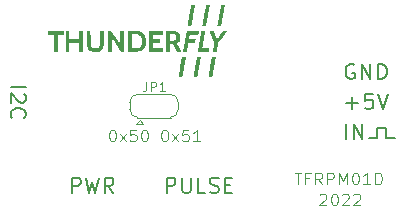
<source format=gbr>
%TF.GenerationSoftware,KiCad,Pcbnew,6.0.11+dfsg-1~bpo11+1*%
%TF.CreationDate,2023-05-27T16:07:54+00:00*%
%TF.ProjectId,TFRPM01,54465250-4d30-4312-9e6b-696361645f70,rev?*%
%TF.SameCoordinates,PX7e721e0PY7e33658*%
%TF.FileFunction,Legend,Top*%
%TF.FilePolarity,Positive*%
%FSLAX46Y46*%
G04 Gerber Fmt 4.6, Leading zero omitted, Abs format (unit mm)*
G04 Created by KiCad (PCBNEW 6.0.11+dfsg-1~bpo11+1) date 2023-05-27 16:07:54*
%MOMM*%
%LPD*%
G01*
G04 APERTURE LIST*
%ADD10C,0.150000*%
%ADD11C,0.100000*%
%ADD12C,0.120000*%
G04 APERTURE END LIST*
D10*
X10369000Y-3050904D02*
X10369000Y-2161904D01*
X11131000Y-2161904D02*
X11131000Y-3050904D01*
X9734000Y-3050904D02*
X10369000Y-3050904D01*
X11131000Y-3050904D02*
X11893000Y-3050904D01*
X10369000Y-2161904D02*
X11131000Y-2161904D01*
X7773023Y-95761D02*
X8763500Y-95761D01*
X8268261Y-590999D02*
X8268261Y399477D01*
X10001595Y709001D02*
X9382547Y709001D01*
X9320642Y89954D01*
X9382547Y151858D01*
X9506357Y213763D01*
X9815880Y213763D01*
X9939690Y151858D01*
X10001595Y89954D01*
X10063500Y-33856D01*
X10063500Y-343380D01*
X10001595Y-467189D01*
X9939690Y-529094D01*
X9815880Y-590999D01*
X9506357Y-590999D01*
X9382547Y-529094D01*
X9320642Y-467189D01*
X10434928Y709001D02*
X10868261Y-590999D01*
X11301595Y709001D01*
D11*
X3399304Y-5957684D02*
X3970733Y-5957684D01*
X3685019Y-6957684D02*
X3685019Y-5957684D01*
X4637400Y-6433875D02*
X4304066Y-6433875D01*
X4304066Y-6957684D02*
X4304066Y-5957684D01*
X4780257Y-5957684D01*
X5732638Y-6957684D02*
X5399304Y-6481494D01*
X5161209Y-6957684D02*
X5161209Y-5957684D01*
X5542161Y-5957684D01*
X5637400Y-6005304D01*
X5685019Y-6052923D01*
X5732638Y-6148161D01*
X5732638Y-6291018D01*
X5685019Y-6386256D01*
X5637400Y-6433875D01*
X5542161Y-6481494D01*
X5161209Y-6481494D01*
X6161209Y-6957684D02*
X6161209Y-5957684D01*
X6542161Y-5957684D01*
X6637400Y-6005304D01*
X6685019Y-6052923D01*
X6732638Y-6148161D01*
X6732638Y-6291018D01*
X6685019Y-6386256D01*
X6637400Y-6433875D01*
X6542161Y-6481494D01*
X6161209Y-6481494D01*
X7161209Y-6957684D02*
X7161209Y-5957684D01*
X7494542Y-6671970D01*
X7827876Y-5957684D01*
X7827876Y-6957684D01*
X8494542Y-5957684D02*
X8589780Y-5957684D01*
X8685019Y-6005304D01*
X8732638Y-6052923D01*
X8780257Y-6148161D01*
X8827876Y-6338637D01*
X8827876Y-6576732D01*
X8780257Y-6767208D01*
X8732638Y-6862446D01*
X8685019Y-6910065D01*
X8589780Y-6957684D01*
X8494542Y-6957684D01*
X8399304Y-6910065D01*
X8351685Y-6862446D01*
X8304066Y-6767208D01*
X8256447Y-6576732D01*
X8256447Y-6338637D01*
X8304066Y-6148161D01*
X8351685Y-6052923D01*
X8399304Y-6005304D01*
X8494542Y-5957684D01*
X9780257Y-6957684D02*
X9208828Y-6957684D01*
X9494542Y-6957684D02*
X9494542Y-5957684D01*
X9399304Y-6100542D01*
X9304066Y-6195780D01*
X9208828Y-6243399D01*
X10208828Y-6957684D02*
X10208828Y-5957684D01*
X10446923Y-5957684D01*
X10589780Y-6005304D01*
X10685019Y-6100542D01*
X10732638Y-6195780D01*
X10780257Y-6386256D01*
X10780257Y-6529113D01*
X10732638Y-6719589D01*
X10685019Y-6814827D01*
X10589780Y-6910065D01*
X10446923Y-6957684D01*
X10208828Y-6957684D01*
D10*
X8453976Y3187096D02*
X8330166Y3249001D01*
X8144452Y3249001D01*
X7958738Y3187096D01*
X7834928Y3063287D01*
X7773023Y2939477D01*
X7711119Y2691858D01*
X7711119Y2506144D01*
X7773023Y2258525D01*
X7834928Y2134716D01*
X7958738Y2010906D01*
X8144452Y1949001D01*
X8268261Y1949001D01*
X8453976Y2010906D01*
X8515880Y2072811D01*
X8515880Y2506144D01*
X8268261Y2506144D01*
X9073023Y1949001D02*
X9073023Y3249001D01*
X9815880Y1949001D01*
X9815880Y3249001D01*
X10434928Y1949001D02*
X10434928Y3249001D01*
X10744452Y3249001D01*
X10930166Y3187096D01*
X11053976Y3063287D01*
X11115880Y2939477D01*
X11177785Y2691858D01*
X11177785Y2506144D01*
X11115880Y2258525D01*
X11053976Y2134716D01*
X10930166Y2010906D01*
X10744452Y1949001D01*
X10434928Y1949001D01*
D11*
X5524714Y-7830923D02*
X5572333Y-7783304D01*
X5667571Y-7735684D01*
X5905666Y-7735684D01*
X6000904Y-7783304D01*
X6048523Y-7830923D01*
X6096142Y-7926161D01*
X6096142Y-8021399D01*
X6048523Y-8164256D01*
X5477095Y-8735684D01*
X6096142Y-8735684D01*
X6715190Y-7735684D02*
X6810428Y-7735684D01*
X6905666Y-7783304D01*
X6953285Y-7830923D01*
X7000904Y-7926161D01*
X7048523Y-8116637D01*
X7048523Y-8354732D01*
X7000904Y-8545208D01*
X6953285Y-8640446D01*
X6905666Y-8688065D01*
X6810428Y-8735684D01*
X6715190Y-8735684D01*
X6619952Y-8688065D01*
X6572333Y-8640446D01*
X6524714Y-8545208D01*
X6477095Y-8354732D01*
X6477095Y-8116637D01*
X6524714Y-7926161D01*
X6572333Y-7830923D01*
X6619952Y-7783304D01*
X6715190Y-7735684D01*
X7429476Y-7830923D02*
X7477095Y-7783304D01*
X7572333Y-7735684D01*
X7810428Y-7735684D01*
X7905666Y-7783304D01*
X7953285Y-7830923D01*
X8000904Y-7926161D01*
X8000904Y-8021399D01*
X7953285Y-8164256D01*
X7381857Y-8735684D01*
X8000904Y-8735684D01*
X8381857Y-7830923D02*
X8429476Y-7783304D01*
X8524714Y-7735684D01*
X8762809Y-7735684D01*
X8858047Y-7783304D01*
X8905666Y-7830923D01*
X8953285Y-7926161D01*
X8953285Y-8021399D01*
X8905666Y-8164256D01*
X8334238Y-8735684D01*
X8953285Y-8735684D01*
D10*
X7773023Y-3130999D02*
X7773023Y-1830999D01*
X8392071Y-3130999D02*
X8392071Y-1830999D01*
X9134928Y-3130999D01*
X9134928Y-1830999D01*
X-20654096Y1269048D02*
X-19354096Y1269048D01*
X-19477905Y711905D02*
X-19416000Y650000D01*
X-19354096Y526191D01*
X-19354096Y216667D01*
X-19416000Y92858D01*
X-19477905Y30953D01*
X-19601715Y-30952D01*
X-19725524Y-30952D01*
X-19911239Y30953D01*
X-20654096Y773810D01*
X-20654096Y-30952D01*
X-20530286Y-1330952D02*
X-20592191Y-1269047D01*
X-20654096Y-1083333D01*
X-20654096Y-959523D01*
X-20592191Y-773809D01*
X-20468381Y-650000D01*
X-20344572Y-588095D01*
X-20096953Y-526190D01*
X-19911239Y-526190D01*
X-19663620Y-588095D01*
X-19539810Y-650000D01*
X-19416000Y-773809D01*
X-19354096Y-959523D01*
X-19354096Y-1083333D01*
X-19416000Y-1269047D01*
X-19477905Y-1330952D01*
X-7440548Y-7688095D02*
X-7440548Y-6388095D01*
X-6945310Y-6388095D01*
X-6821500Y-6450000D01*
X-6759596Y-6511904D01*
X-6697691Y-6635714D01*
X-6697691Y-6821428D01*
X-6759596Y-6945238D01*
X-6821500Y-7007142D01*
X-6945310Y-7069047D01*
X-7440548Y-7069047D01*
X-6140548Y-6388095D02*
X-6140548Y-7440476D01*
X-6078643Y-7564285D01*
X-6016739Y-7626190D01*
X-5892929Y-7688095D01*
X-5645310Y-7688095D01*
X-5521500Y-7626190D01*
X-5459596Y-7564285D01*
X-5397691Y-7440476D01*
X-5397691Y-6388095D01*
X-4159596Y-7688095D02*
X-4778643Y-7688095D01*
X-4778643Y-6388095D01*
X-3788167Y-7626190D02*
X-3602453Y-7688095D01*
X-3292929Y-7688095D01*
X-3169120Y-7626190D01*
X-3107215Y-7564285D01*
X-3045310Y-7440476D01*
X-3045310Y-7316666D01*
X-3107215Y-7192857D01*
X-3169120Y-7130952D01*
X-3292929Y-7069047D01*
X-3540548Y-7007142D01*
X-3664358Y-6945238D01*
X-3726262Y-6883333D01*
X-3788167Y-6759523D01*
X-3788167Y-6635714D01*
X-3726262Y-6511904D01*
X-3664358Y-6450000D01*
X-3540548Y-6388095D01*
X-3231024Y-6388095D01*
X-3045310Y-6450000D01*
X-2488167Y-7007142D02*
X-2054834Y-7007142D01*
X-1869120Y-7688095D02*
X-2488167Y-7688095D01*
X-2488167Y-6388095D01*
X-1869120Y-6388095D01*
D11*
X-12077248Y-2325484D02*
X-11982010Y-2325484D01*
X-11886772Y-2373104D01*
X-11839153Y-2420723D01*
X-11791534Y-2515961D01*
X-11743915Y-2706437D01*
X-11743915Y-2944532D01*
X-11791534Y-3135008D01*
X-11839153Y-3230246D01*
X-11886772Y-3277865D01*
X-11982010Y-3325484D01*
X-12077248Y-3325484D01*
X-12172486Y-3277865D01*
X-12220105Y-3230246D01*
X-12267724Y-3135008D01*
X-12315343Y-2944532D01*
X-12315343Y-2706437D01*
X-12267724Y-2515961D01*
X-12220105Y-2420723D01*
X-12172486Y-2373104D01*
X-12077248Y-2325484D01*
X-11410581Y-3325484D02*
X-10886772Y-2658818D01*
X-11410581Y-2658818D02*
X-10886772Y-3325484D01*
X-10029629Y-2325484D02*
X-10505820Y-2325484D01*
X-10553439Y-2801675D01*
X-10505820Y-2754056D01*
X-10410581Y-2706437D01*
X-10172486Y-2706437D01*
X-10077248Y-2754056D01*
X-10029629Y-2801675D01*
X-9982010Y-2896913D01*
X-9982010Y-3135008D01*
X-10029629Y-3230246D01*
X-10077248Y-3277865D01*
X-10172486Y-3325484D01*
X-10410581Y-3325484D01*
X-10505820Y-3277865D01*
X-10553439Y-3230246D01*
X-9362962Y-2325484D02*
X-9267724Y-2325484D01*
X-9172486Y-2373104D01*
X-9124867Y-2420723D01*
X-9077248Y-2515961D01*
X-9029629Y-2706437D01*
X-9029629Y-2944532D01*
X-9077248Y-3135008D01*
X-9124867Y-3230246D01*
X-9172486Y-3277865D01*
X-9267724Y-3325484D01*
X-9362962Y-3325484D01*
X-9458200Y-3277865D01*
X-9505820Y-3230246D01*
X-9553439Y-3135008D01*
X-9601058Y-2944532D01*
X-9601058Y-2706437D01*
X-9553439Y-2515961D01*
X-9505820Y-2420723D01*
X-9458200Y-2373104D01*
X-9362962Y-2325484D01*
X-7648677Y-2325484D02*
X-7553439Y-2325484D01*
X-7458200Y-2373104D01*
X-7410581Y-2420723D01*
X-7362962Y-2515961D01*
X-7315343Y-2706437D01*
X-7315343Y-2944532D01*
X-7362962Y-3135008D01*
X-7410581Y-3230246D01*
X-7458200Y-3277865D01*
X-7553439Y-3325484D01*
X-7648677Y-3325484D01*
X-7743915Y-3277865D01*
X-7791534Y-3230246D01*
X-7839153Y-3135008D01*
X-7886772Y-2944532D01*
X-7886772Y-2706437D01*
X-7839153Y-2515961D01*
X-7791534Y-2420723D01*
X-7743915Y-2373104D01*
X-7648677Y-2325484D01*
X-6982010Y-3325484D02*
X-6458200Y-2658818D01*
X-6982010Y-2658818D02*
X-6458200Y-3325484D01*
X-5601058Y-2325484D02*
X-6077248Y-2325484D01*
X-6124867Y-2801675D01*
X-6077248Y-2754056D01*
X-5982010Y-2706437D01*
X-5743915Y-2706437D01*
X-5648677Y-2754056D01*
X-5601058Y-2801675D01*
X-5553439Y-2896913D01*
X-5553439Y-3135008D01*
X-5601058Y-3230246D01*
X-5648677Y-3277865D01*
X-5743915Y-3325484D01*
X-5982010Y-3325484D01*
X-6077248Y-3277865D01*
X-6124867Y-3230246D01*
X-4601058Y-3325484D02*
X-5172486Y-3325484D01*
X-4886772Y-3325484D02*
X-4886772Y-2325484D01*
X-4982010Y-2468342D01*
X-5077248Y-2563580D01*
X-5172486Y-2611199D01*
D10*
X-15473691Y-7688095D02*
X-15473691Y-6388095D01*
X-14978453Y-6388095D01*
X-14854643Y-6450000D01*
X-14792739Y-6511904D01*
X-14730834Y-6635714D01*
X-14730834Y-6821428D01*
X-14792739Y-6945238D01*
X-14854643Y-7007142D01*
X-14978453Y-7069047D01*
X-15473691Y-7069047D01*
X-14297500Y-6388095D02*
X-13987977Y-7688095D01*
X-13740358Y-6759523D01*
X-13492739Y-7688095D01*
X-13183215Y-6388095D01*
X-11945120Y-7688095D02*
X-12378453Y-7069047D01*
X-12687977Y-7688095D02*
X-12687977Y-6388095D01*
X-12192739Y-6388095D01*
X-12068929Y-6450000D01*
X-12007024Y-6511904D01*
X-11945120Y-6635714D01*
X-11945120Y-6821428D01*
X-12007024Y-6945238D01*
X-12068929Y-7007142D01*
X-12192739Y-7069047D01*
X-12687977Y-7069047D01*
D11*
%TO.C,JP1*%
X-9175667Y1730592D02*
X-9175667Y1159163D01*
X-9213762Y1044877D01*
X-9289953Y968687D01*
X-9404239Y930592D01*
X-9480429Y930592D01*
X-8794715Y930592D02*
X-8794715Y1730592D01*
X-8489953Y1730592D01*
X-8413762Y1692496D01*
X-8375667Y1654401D01*
X-8337572Y1578211D01*
X-8337572Y1463925D01*
X-8375667Y1387735D01*
X-8413762Y1349639D01*
X-8489953Y1311544D01*
X-8794715Y1311544D01*
X-7575667Y930592D02*
X-8032810Y930592D01*
X-7804239Y930592D02*
X-7804239Y1730592D01*
X-7880429Y1616306D01*
X-7956620Y1540116D01*
X-8032810Y1502020D01*
D12*
X-10009000Y-1807704D02*
X-9409000Y-1807704D01*
X-9709000Y-1507704D02*
X-10009000Y-1807704D01*
X-7109000Y-1307704D02*
X-9909000Y-1307704D01*
X-9909000Y692296D02*
X-7109000Y692296D01*
X-6459000Y-7704D02*
X-6459000Y-607704D01*
X-10559000Y-607704D02*
X-10559000Y-7704D01*
X-9709000Y-1507704D02*
X-9409000Y-1807704D01*
X-7159000Y-1307704D02*
G75*
G03*
X-6459000Y-607704I0J700000D01*
G01*
X-6459000Y-7704D02*
G75*
G03*
X-7159000Y692296I-700000J0D01*
G01*
X-9859000Y692296D02*
G75*
G03*
X-10559000Y-7704I-1J-699999D01*
G01*
X-10559000Y-607704D02*
G75*
G03*
X-9859000Y-1307704I699999J-1D01*
G01*
%TO.C,G1*%
G36*
X-16166883Y5717741D02*
G01*
X-16664922Y5717741D01*
X-16664922Y4278961D01*
X-16985881Y4278961D01*
X-16985881Y5717741D01*
X-17483920Y5717741D01*
X-17483920Y6027632D01*
X-16166883Y6027632D01*
X-16166883Y5717741D01*
G37*
G36*
X-5898363Y3857812D02*
G01*
X-5851361Y3855997D01*
X-5822280Y3852747D01*
X-5809026Y3847888D01*
X-5807667Y3845093D01*
X-5809541Y3832333D01*
X-5814966Y3799460D01*
X-5823653Y3748163D01*
X-5835308Y3680127D01*
X-5849640Y3597041D01*
X-5866357Y3500589D01*
X-5885167Y3392460D01*
X-5905778Y3274341D01*
X-5927898Y3147917D01*
X-5951236Y3014876D01*
X-5957079Y2981618D01*
X-5980662Y2847291D01*
X-6003100Y2719223D01*
X-6024100Y2599095D01*
X-6043372Y2488587D01*
X-6060624Y2389380D01*
X-6075564Y2303155D01*
X-6087901Y2231591D01*
X-6097342Y2176370D01*
X-6103597Y2139171D01*
X-6106374Y2121676D01*
X-6106491Y2120583D01*
X-6117153Y2116241D01*
X-6147552Y2112880D01*
X-6195304Y2110659D01*
X-6258026Y2109739D01*
X-6268353Y2109723D01*
X-6430216Y2109723D01*
X-6424470Y2140159D01*
X-6421682Y2155703D01*
X-6415382Y2191311D01*
X-6405876Y2245244D01*
X-6393471Y2315761D01*
X-6378470Y2401123D01*
X-6361181Y2499590D01*
X-6341908Y2609424D01*
X-6320957Y2728883D01*
X-6298634Y2856229D01*
X-6275243Y2989722D01*
X-6270908Y3014470D01*
X-6123092Y3858346D01*
X-5965379Y3858370D01*
X-5898363Y3857812D01*
G37*
G36*
X-2623349Y8207636D02*
G01*
X-2575666Y8206807D01*
X-2540715Y8205565D01*
X-2522401Y8204021D01*
X-2520608Y8203332D01*
X-2522476Y8191553D01*
X-2527845Y8159991D01*
X-2536360Y8110657D01*
X-2547667Y8045564D01*
X-2561412Y7966726D01*
X-2577241Y7876154D01*
X-2594800Y7775862D01*
X-2613735Y7667863D01*
X-2633692Y7554169D01*
X-2654316Y7436793D01*
X-2675253Y7317747D01*
X-2696151Y7199045D01*
X-2716653Y7082700D01*
X-2736406Y6970723D01*
X-2755057Y6865128D01*
X-2772251Y6767928D01*
X-2787634Y6681135D01*
X-2800851Y6606762D01*
X-2811549Y6546822D01*
X-2819374Y6503328D01*
X-2823971Y6478291D01*
X-2825000Y6473100D01*
X-2828111Y6463366D01*
X-2834363Y6456570D01*
X-2847254Y6452183D01*
X-2870279Y6449680D01*
X-2906934Y6448532D01*
X-2960716Y6448212D01*
X-2990153Y6448198D01*
X-3052528Y6448399D01*
X-3095982Y6449270D01*
X-3123730Y6451213D01*
X-3138984Y6454630D01*
X-3144958Y6459924D01*
X-3144865Y6467498D01*
X-3144849Y6467566D01*
X-3142254Y6481352D01*
X-3136159Y6515211D01*
X-3126868Y6567413D01*
X-3114687Y6636226D01*
X-3099921Y6719918D01*
X-3082874Y6816759D01*
X-3063853Y6925017D01*
X-3043161Y7042960D01*
X-3021105Y7168856D01*
X-2997988Y7300975D01*
X-2996154Y7311466D01*
X-2972893Y7444503D01*
X-2950625Y7571829D01*
X-2929664Y7691669D01*
X-2910318Y7802244D01*
X-2892901Y7901777D01*
X-2877722Y7988491D01*
X-2865093Y8060609D01*
X-2855324Y8116352D01*
X-2848728Y8153944D01*
X-2845614Y8171607D01*
X-2845550Y8171967D01*
X-2839103Y8207937D01*
X-2679856Y8207937D01*
X-2623349Y8207636D01*
G37*
G36*
X-3795431Y8177501D02*
G01*
X-3798031Y8161973D01*
X-3804155Y8126376D01*
X-3813499Y8072444D01*
X-3825762Y8001909D01*
X-3840642Y7916505D01*
X-3857835Y7817966D01*
X-3877041Y7708024D01*
X-3897956Y7588413D01*
X-3920278Y7460865D01*
X-3943706Y7327115D01*
X-3948866Y7297671D01*
X-4097732Y6448278D01*
X-4255445Y6448238D01*
X-4320134Y6448658D01*
X-4365475Y6450129D01*
X-4394239Y6452906D01*
X-4409201Y6457246D01*
X-4413157Y6462849D01*
X-4411281Y6476116D01*
X-4405889Y6509141D01*
X-4397339Y6559895D01*
X-4385987Y6626346D01*
X-4372189Y6706464D01*
X-4356303Y6798220D01*
X-4338685Y6899584D01*
X-4319692Y7008524D01*
X-4299679Y7123010D01*
X-4279005Y7241014D01*
X-4258025Y7360504D01*
X-4237097Y7479449D01*
X-4216576Y7595821D01*
X-4196820Y7707589D01*
X-4178185Y7812722D01*
X-4161027Y7909190D01*
X-4145704Y7994963D01*
X-4132572Y8068011D01*
X-4121987Y8126304D01*
X-4114307Y8167812D01*
X-4109888Y8190504D01*
X-4109035Y8194102D01*
X-4100173Y8200026D01*
X-4077103Y8204158D01*
X-4037525Y8206693D01*
X-3979139Y8207829D01*
X-3947412Y8207937D01*
X-3790863Y8207937D01*
X-3795431Y8177501D01*
G37*
G36*
X-4549570Y3833492D02*
G01*
X-4552401Y3818813D01*
X-4558729Y3784069D01*
X-4568244Y3730999D01*
X-4580641Y3661346D01*
X-4595610Y3576848D01*
X-4612845Y3479247D01*
X-4632038Y3370284D01*
X-4652880Y3251697D01*
X-4675064Y3125229D01*
X-4698282Y2992620D01*
X-4700748Y2978525D01*
X-4724036Y2845542D01*
X-4746316Y2718645D01*
X-4767283Y2599558D01*
X-4786629Y2490007D01*
X-4804047Y2391717D01*
X-4819233Y2306414D01*
X-4831878Y2235823D01*
X-4841677Y2181670D01*
X-4848323Y2145680D01*
X-4851509Y2129579D01*
X-4851636Y2129091D01*
X-4855976Y2121435D01*
X-4866002Y2116090D01*
X-4885145Y2112650D01*
X-4916834Y2110713D01*
X-4964500Y2109875D01*
X-5016048Y2109723D01*
X-5078301Y2109925D01*
X-5121639Y2110800D01*
X-5149280Y2112753D01*
X-5164442Y2116187D01*
X-5170343Y2121508D01*
X-5170209Y2129091D01*
X-5167616Y2142877D01*
X-5161524Y2176737D01*
X-5152240Y2228940D01*
X-5140067Y2297754D01*
X-5125310Y2381448D01*
X-5108275Y2478291D01*
X-5089267Y2586550D01*
X-5068590Y2704495D01*
X-5046548Y2830394D01*
X-5023448Y2962515D01*
X-5021618Y2972991D01*
X-4998392Y3105861D01*
X-4976165Y3232895D01*
X-4955246Y3352330D01*
X-4935943Y3462405D01*
X-4918568Y3561357D01*
X-4903430Y3647424D01*
X-4890838Y3718844D01*
X-4881101Y3773856D01*
X-4874531Y3810696D01*
X-4871436Y3827603D01*
X-4871365Y3827959D01*
X-4865168Y3858394D01*
X-4543568Y3858394D01*
X-4549570Y3833492D01*
G37*
G36*
X-5049382Y8183035D02*
G01*
X-5052181Y8168343D01*
X-5058474Y8133591D01*
X-5067952Y8080527D01*
X-5080307Y8010897D01*
X-5095231Y7926449D01*
X-5112416Y7828928D01*
X-5131554Y7720082D01*
X-5152336Y7601658D01*
X-5174454Y7475402D01*
X-5197600Y7343061D01*
X-5199253Y7333601D01*
X-5222481Y7200732D01*
X-5244710Y7073698D01*
X-5265630Y6954263D01*
X-5284932Y6844189D01*
X-5302306Y6745237D01*
X-5317443Y6659170D01*
X-5330033Y6587749D01*
X-5339765Y6532738D01*
X-5346331Y6495897D01*
X-5349421Y6478989D01*
X-5349492Y6478634D01*
X-5355657Y6448198D01*
X-5677256Y6448198D01*
X-5671256Y6473100D01*
X-5668407Y6487858D01*
X-5662072Y6522642D01*
X-5652564Y6575674D01*
X-5640198Y6645174D01*
X-5625289Y6729363D01*
X-5608152Y6826461D01*
X-5589100Y6934690D01*
X-5568449Y7052270D01*
X-5546513Y7177421D01*
X-5525966Y7294865D01*
X-5502963Y7426351D01*
X-5480828Y7552650D01*
X-5459893Y7671884D01*
X-5440490Y7782178D01*
X-5422950Y7881652D01*
X-5407603Y7968430D01*
X-5394783Y8040634D01*
X-5384820Y8096387D01*
X-5378045Y8133812D01*
X-5375037Y8149832D01*
X-5363396Y8207937D01*
X-5043585Y8207937D01*
X-5049382Y8183035D01*
G37*
G36*
X-11735551Y5465954D02*
G01*
X-11363644Y4904277D01*
X-11363608Y5465954D01*
X-11363571Y6027632D01*
X-11042613Y6027632D01*
X-11042613Y4278961D01*
X-11304644Y4278961D01*
X-12105072Y5479789D01*
X-12105096Y4278961D01*
X-12426055Y4278961D01*
X-12426055Y6027632D01*
X-12107458Y6027632D01*
X-11735551Y5465954D01*
G37*
G36*
X-4346966Y6025503D02*
G01*
X-4328414Y6025178D01*
X-4174203Y6022098D01*
X-4292642Y5346978D01*
X-4313782Y5226424D01*
X-4333929Y5111433D01*
X-4352731Y5004014D01*
X-4369839Y4906176D01*
X-4384901Y4819929D01*
X-4397566Y4747282D01*
X-4407484Y4690245D01*
X-4414303Y4650828D01*
X-4417672Y4631039D01*
X-4417783Y4630355D01*
X-4424486Y4588852D01*
X-4125532Y4588852D01*
X-4035952Y4588744D01*
X-3966101Y4588324D01*
X-3913573Y4587447D01*
X-3875962Y4585967D01*
X-3850863Y4583739D01*
X-3835871Y4580617D01*
X-3828579Y4576456D01*
X-3826582Y4571111D01*
X-3826578Y4570788D01*
X-3828429Y4553366D01*
X-3833477Y4519033D01*
X-3840965Y4472654D01*
X-3850133Y4419099D01*
X-3850706Y4415843D01*
X-3874835Y4278961D01*
X-4337678Y4278961D01*
X-4436460Y4279025D01*
X-4528018Y4279207D01*
X-4610064Y4279494D01*
X-4680309Y4279873D01*
X-4736463Y4280329D01*
X-4776238Y4280849D01*
X-4797344Y4281419D01*
X-4800182Y4281728D01*
X-4797292Y4300431D01*
X-4790948Y4338195D01*
X-4781505Y4393020D01*
X-4769323Y4462909D01*
X-4754758Y4545864D01*
X-4738168Y4639886D01*
X-4719910Y4742978D01*
X-4700342Y4853142D01*
X-4679822Y4968380D01*
X-4658706Y5086693D01*
X-4637354Y5206083D01*
X-4616121Y5324554D01*
X-4595365Y5440105D01*
X-4575445Y5550741D01*
X-4556717Y5654461D01*
X-4539539Y5749270D01*
X-4524269Y5833167D01*
X-4511263Y5904156D01*
X-4500881Y5960238D01*
X-4493478Y5999416D01*
X-4489413Y6019691D01*
X-4488769Y6022114D01*
X-4476056Y6024127D01*
X-4445397Y6025415D01*
X-4400973Y6025901D01*
X-4346966Y6025503D01*
G37*
G36*
X-5124737Y6027435D02*
G01*
X-5027165Y6026949D01*
X-4938839Y6026177D01*
X-4861928Y6025153D01*
X-4798600Y6023912D01*
X-4751024Y6022489D01*
X-4721368Y6020918D01*
X-4711768Y6019331D01*
X-4713448Y6005902D01*
X-4718200Y5974950D01*
X-4725341Y5930766D01*
X-4734187Y5877640D01*
X-4736403Y5864534D01*
X-4761251Y5718037D01*
X-5120627Y5715122D01*
X-5480002Y5712207D01*
X-5510489Y5546194D01*
X-5521176Y5486950D01*
X-5530300Y5434394D01*
X-5537136Y5392854D01*
X-5540959Y5366662D01*
X-5541510Y5360813D01*
X-5540302Y5354835D01*
X-5534624Y5350226D01*
X-5521957Y5346809D01*
X-5499782Y5344409D01*
X-5465577Y5342849D01*
X-5416823Y5341952D01*
X-5351000Y5341543D01*
X-5265588Y5341444D01*
X-5264612Y5341444D01*
X-5179122Y5341356D01*
X-5113294Y5340973D01*
X-5064653Y5340119D01*
X-5030727Y5338619D01*
X-5009042Y5336294D01*
X-4997124Y5332971D01*
X-4992500Y5328471D01*
X-4992696Y5322620D01*
X-4992849Y5322076D01*
X-4996535Y5305422D01*
X-5002882Y5272902D01*
X-5010944Y5229766D01*
X-5019779Y5181265D01*
X-5028441Y5132649D01*
X-5035987Y5089169D01*
X-5041472Y5056076D01*
X-5043952Y5038618D01*
X-5044007Y5037607D01*
X-5054583Y5035959D01*
X-5084345Y5034481D01*
X-5130344Y5033236D01*
X-5189633Y5032288D01*
X-5259261Y5031702D01*
X-5323462Y5031536D01*
X-5602918Y5031518D01*
X-5645490Y4785283D01*
X-5659536Y4704115D01*
X-5673935Y4621050D01*
X-5687701Y4541752D01*
X-5699853Y4471882D01*
X-5709408Y4417104D01*
X-5710824Y4409004D01*
X-5733587Y4278961D01*
X-5893660Y4278961D01*
X-5956039Y4279049D01*
X-5999545Y4279661D01*
X-6027442Y4281320D01*
X-6042992Y4284549D01*
X-6049457Y4289871D01*
X-6050100Y4297808D01*
X-6049083Y4303863D01*
X-6046474Y4318497D01*
X-6040347Y4353216D01*
X-6031006Y4406301D01*
X-6018752Y4476033D01*
X-6003886Y4560693D01*
X-5986710Y4658563D01*
X-5967526Y4767924D01*
X-5946635Y4887057D01*
X-5924340Y5014244D01*
X-5900941Y5147765D01*
X-5895614Y5178167D01*
X-5746796Y6027570D01*
X-5229388Y6027601D01*
X-5124737Y6027435D01*
G37*
G36*
X-2421481Y6026962D02*
G01*
X-2373482Y6025604D01*
X-2343444Y6023030D01*
X-2329291Y6019078D01*
X-2328080Y6014697D01*
X-2336210Y6003708D01*
X-2356628Y5976893D01*
X-2388053Y5935914D01*
X-2429204Y5882434D01*
X-2478800Y5818115D01*
X-2535560Y5744618D01*
X-2598202Y5663608D01*
X-2665445Y5576745D01*
X-2697689Y5535126D01*
X-2766555Y5446222D01*
X-2831361Y5362486D01*
X-2890832Y5285569D01*
X-2943697Y5217122D01*
X-2988681Y5158793D01*
X-3024512Y5112234D01*
X-3049916Y5079095D01*
X-3063621Y5061025D01*
X-3065654Y5058214D01*
X-3068579Y5046072D01*
X-3074819Y5015173D01*
X-3083820Y4968551D01*
X-3095030Y4909243D01*
X-3107893Y4840284D01*
X-3121856Y4764712D01*
X-3136364Y4685561D01*
X-3150865Y4605869D01*
X-3164804Y4528670D01*
X-3177626Y4457001D01*
X-3188779Y4393898D01*
X-3197707Y4342397D01*
X-3203858Y4305534D01*
X-3206676Y4286345D01*
X-3206796Y4284686D01*
X-3217215Y4282663D01*
X-3245880Y4280954D01*
X-3288902Y4279697D01*
X-3342393Y4279031D01*
X-3367486Y4278961D01*
X-3528176Y4278961D01*
X-3522387Y4303863D01*
X-3518311Y4324180D01*
X-3511300Y4362141D01*
X-3501895Y4414591D01*
X-3490638Y4478373D01*
X-3478072Y4550331D01*
X-3464738Y4627310D01*
X-3451177Y4706154D01*
X-3437932Y4783707D01*
X-3425545Y4856812D01*
X-3414557Y4922314D01*
X-3405511Y4977056D01*
X-3398947Y5017884D01*
X-3395409Y5041640D01*
X-3394944Y5046124D01*
X-3399125Y5059473D01*
X-3411096Y5091076D01*
X-3429992Y5138811D01*
X-3454953Y5200559D01*
X-3485114Y5274197D01*
X-3519615Y5357606D01*
X-3557593Y5448664D01*
X-3589995Y5525821D01*
X-3630300Y5621651D01*
X-3668035Y5711640D01*
X-3702309Y5793645D01*
X-3732234Y5865527D01*
X-3756919Y5925142D01*
X-3775474Y5970351D01*
X-3787009Y5999011D01*
X-3790578Y6008559D01*
X-3791277Y6016041D01*
X-3786377Y6021239D01*
X-3772758Y6024469D01*
X-3747297Y6026051D01*
X-3706872Y6026299D01*
X-3648362Y6025533D01*
X-3627229Y6025161D01*
X-3458348Y6022098D01*
X-3320090Y5681771D01*
X-3286854Y5600492D01*
X-3256046Y5526166D01*
X-3228687Y5461183D01*
X-3205802Y5407932D01*
X-3188412Y5368801D01*
X-3177541Y5346179D01*
X-3174379Y5341444D01*
X-3166355Y5350036D01*
X-3146675Y5374529D01*
X-3116807Y5412998D01*
X-3078219Y5463520D01*
X-3032379Y5524171D01*
X-2980754Y5593025D01*
X-2924813Y5668159D01*
X-2912939Y5684171D01*
X-2658952Y6026897D01*
X-2489519Y6027264D01*
X-2421481Y6026962D01*
G37*
G36*
X-3336106Y3856853D02*
G01*
X-3308285Y3855365D01*
X-3292594Y3852121D01*
X-3285702Y3846779D01*
X-3284268Y3839779D01*
X-3286147Y3826064D01*
X-3291587Y3792255D01*
X-3300295Y3740056D01*
X-3311978Y3671170D01*
X-3326344Y3587300D01*
X-3343099Y3490148D01*
X-3361951Y3381420D01*
X-3382605Y3262816D01*
X-3404770Y3136042D01*
X-3428152Y3002800D01*
X-3433680Y2971365D01*
X-3457263Y2837255D01*
X-3479700Y2709506D01*
X-3500700Y2589788D01*
X-3519972Y2479771D01*
X-3537223Y2381123D01*
X-3552163Y2295514D01*
X-3564500Y2224614D01*
X-3573942Y2170092D01*
X-3580198Y2133617D01*
X-3582975Y2116860D01*
X-3583092Y2115949D01*
X-3593510Y2113748D01*
X-3622172Y2111888D01*
X-3665187Y2110522D01*
X-3718662Y2109799D01*
X-3743571Y2109723D01*
X-3800255Y2110262D01*
X-3848075Y2111743D01*
X-3883159Y2113967D01*
X-3901634Y2116731D01*
X-3903508Y2118024D01*
X-3901546Y2129972D01*
X-3896028Y2162058D01*
X-3887244Y2212620D01*
X-3875487Y2279999D01*
X-3861045Y2362534D01*
X-3844212Y2458563D01*
X-3825276Y2566426D01*
X-3804530Y2684463D01*
X-3782265Y2811013D01*
X-3758771Y2944415D01*
X-3750809Y2989593D01*
X-3598653Y3852861D01*
X-3441461Y3855931D01*
X-3379387Y3856928D01*
X-3336106Y3856853D01*
G37*
G36*
X-10265118Y6024707D02*
G01*
X-10149695Y6023405D01*
X-10053719Y6021956D01*
X-9974501Y6019981D01*
X-9909355Y6017103D01*
X-9855593Y6012942D01*
X-9810527Y6007119D01*
X-9771471Y5999256D01*
X-9735735Y5988975D01*
X-9700634Y5975896D01*
X-9663479Y5959641D01*
X-9621583Y5939832D01*
X-9604580Y5931640D01*
X-9550777Y5904026D01*
X-9507229Y5876811D01*
X-9466400Y5844547D01*
X-9420753Y5801784D01*
X-9409360Y5790470D01*
X-9363545Y5742734D01*
X-9329423Y5701457D01*
X-9301539Y5659099D01*
X-9274440Y5608119D01*
X-9268165Y5595251D01*
X-9237658Y5529530D01*
X-9214845Y5472712D01*
X-9198644Y5419479D01*
X-9187974Y5364514D01*
X-9181755Y5302499D01*
X-9178905Y5228117D01*
X-9178324Y5153296D01*
X-9179214Y5064259D01*
X-9182607Y4992046D01*
X-9189583Y4931390D01*
X-9201224Y4877025D01*
X-9218612Y4823686D01*
X-9242827Y4766107D01*
X-9269244Y4710595D01*
X-9334413Y4602539D01*
X-9416591Y4507644D01*
X-9513862Y4427591D01*
X-9624308Y4364061D01*
X-9699017Y4333550D01*
X-9740944Y4319611D01*
X-9781078Y4308232D01*
X-9822236Y4299160D01*
X-9867240Y4292143D01*
X-9918909Y4286926D01*
X-9980062Y4283258D01*
X-10053520Y4280886D01*
X-10142102Y4279555D01*
X-10248628Y4279014D01*
X-10307595Y4278961D01*
X-10688451Y4278961D01*
X-10688451Y4564876D01*
X-10367493Y4564876D01*
X-9874987Y4572250D01*
X-9800827Y4607383D01*
X-9715830Y4658846D01*
X-9646433Y4725426D01*
X-9592518Y4807351D01*
X-9553969Y4904849D01*
X-9530671Y5018147D01*
X-9522508Y5147473D01*
X-9522494Y5153296D01*
X-9530021Y5283305D01*
X-9552676Y5397276D01*
X-9590578Y5495437D01*
X-9643841Y5578016D01*
X-9712582Y5645240D01*
X-9796917Y5697337D01*
X-9800827Y5699209D01*
X-9874987Y5734342D01*
X-10121240Y5737870D01*
X-10367493Y5741397D01*
X-10367493Y4564876D01*
X-10688451Y4564876D01*
X-10688451Y6029258D01*
X-10265118Y6024707D01*
G37*
G36*
X-7132008Y6027632D02*
G01*
X-7028175Y6027534D01*
X-6943735Y6027152D01*
X-6875946Y6026357D01*
X-6822068Y6025017D01*
X-6779357Y6023001D01*
X-6745073Y6020179D01*
X-6716474Y6016420D01*
X-6690818Y6011592D01*
X-6665364Y6005566D01*
X-6664405Y6005322D01*
X-6555893Y5968899D01*
X-6465192Y5919360D01*
X-6392135Y5856492D01*
X-6336558Y5780083D01*
X-6298296Y5689918D01*
X-6277183Y5585785D01*
X-6272504Y5499106D01*
X-6280532Y5387681D01*
X-6305106Y5290228D01*
X-6346961Y5205227D01*
X-6406833Y5131161D01*
X-6479999Y5070290D01*
X-6515565Y5044561D01*
X-6542980Y5023166D01*
X-6558027Y5009462D01*
X-6559641Y5006847D01*
X-6554752Y4995747D01*
X-6540740Y4967802D01*
X-6519001Y4925646D01*
X-6490933Y4871908D01*
X-6457931Y4809222D01*
X-6421393Y4740219D01*
X-6382715Y4667530D01*
X-6343293Y4593787D01*
X-6304523Y4521623D01*
X-6267803Y4453668D01*
X-6234529Y4392554D01*
X-6210098Y4348133D01*
X-6171812Y4278961D01*
X-6352202Y4279194D01*
X-6532591Y4279428D01*
X-6700393Y4602920D01*
X-6868194Y4926412D01*
X-7029652Y4929474D01*
X-7191109Y4932537D01*
X-7191109Y4278961D01*
X-7512068Y4278961D01*
X-7512068Y5195335D01*
X-7191109Y5195335D01*
X-7005728Y5199217D01*
X-6937191Y5200799D01*
X-6886492Y5202662D01*
X-6849340Y5205439D01*
X-6821441Y5209765D01*
X-6798501Y5216273D01*
X-6776228Y5225595D01*
X-6754422Y5236303D01*
X-6690931Y5276880D01*
X-6646605Y5326041D01*
X-6619287Y5386425D01*
X-6613824Y5408363D01*
X-6605370Y5491229D01*
X-6615184Y5566807D01*
X-6642272Y5632703D01*
X-6685642Y5686523D01*
X-6744299Y5725874D01*
X-6745845Y5726601D01*
X-6770381Y5737462D01*
X-6793167Y5745402D01*
X-6818416Y5750978D01*
X-6850345Y5754746D01*
X-6893167Y5757264D01*
X-6951099Y5759088D01*
X-7000194Y5760193D01*
X-7191109Y5764201D01*
X-7191109Y5195335D01*
X-7512068Y5195335D01*
X-7512068Y6027632D01*
X-7132008Y6027632D01*
G37*
G36*
X-15668844Y5341444D02*
G01*
X-14860913Y5341444D01*
X-14860913Y6027632D01*
X-14539955Y6027632D01*
X-14539955Y4278961D01*
X-14860913Y4278961D01*
X-14860913Y5031553D01*
X-15668844Y5031553D01*
X-15668844Y4278961D01*
X-15989802Y4278961D01*
X-15989802Y6027632D01*
X-15668844Y6027632D01*
X-15668844Y5341444D01*
G37*
G36*
X-7788756Y5717741D02*
G01*
X-8585619Y5717741D01*
X-8585619Y5341444D01*
X-7976905Y5341444D01*
X-7976905Y5031553D01*
X-8585619Y5031553D01*
X-8585619Y4588852D01*
X-7766621Y4588852D01*
X-7766621Y4278961D01*
X-8917645Y4278961D01*
X-8917645Y6027632D01*
X-7788756Y6027632D01*
X-7788756Y5717741D01*
G37*
G36*
X-13884501Y5449353D02*
G01*
X-13883648Y5321210D01*
X-13882825Y5213202D01*
X-13881945Y5123330D01*
X-13880920Y5049593D01*
X-13879664Y4989992D01*
X-13878091Y4942527D01*
X-13876114Y4905199D01*
X-13873646Y4876008D01*
X-13870601Y4852954D01*
X-13866891Y4834037D01*
X-13862431Y4817257D01*
X-13857134Y4800616D01*
X-13856280Y4798063D01*
X-13818334Y4714171D01*
X-13766590Y4647583D01*
X-13701067Y4598309D01*
X-13621786Y4566361D01*
X-13528765Y4551748D01*
X-13422025Y4554482D01*
X-13414405Y4555283D01*
X-13326569Y4573246D01*
X-13253204Y4606691D01*
X-13193669Y4656330D01*
X-13147322Y4722874D01*
X-13113523Y4807035D01*
X-13091630Y4909524D01*
X-13090953Y4914300D01*
X-13088130Y4946331D01*
X-13085613Y4998458D01*
X-13083444Y5068644D01*
X-13081663Y5154851D01*
X-13080309Y5255041D01*
X-13079425Y5367178D01*
X-13079050Y5489224D01*
X-13079040Y5513792D01*
X-13079040Y6027632D01*
X-12758081Y6027632D01*
X-12758081Y5486123D01*
X-12758227Y5347206D01*
X-12758756Y5228296D01*
X-12759807Y5127264D01*
X-12761515Y5041982D01*
X-12764018Y4970325D01*
X-12767454Y4910163D01*
X-12771959Y4859369D01*
X-12777671Y4815816D01*
X-12784728Y4777376D01*
X-12793265Y4741921D01*
X-12803421Y4707325D01*
X-12809521Y4688566D01*
X-12857390Y4575112D01*
X-12919826Y4478294D01*
X-12997047Y4397891D01*
X-13089270Y4333687D01*
X-13196712Y4285464D01*
X-13217384Y4278560D01*
X-13277978Y4264438D01*
X-13353767Y4254523D01*
X-13438180Y4248978D01*
X-13524648Y4247968D01*
X-13606602Y4251654D01*
X-13677474Y4260202D01*
X-13706788Y4266372D01*
X-13821766Y4305450D01*
X-13921941Y4360699D01*
X-14007644Y4432451D01*
X-14079206Y4521034D01*
X-14136961Y4626778D01*
X-14176209Y4732911D01*
X-14181657Y4751401D01*
X-14186270Y4769339D01*
X-14190132Y4788695D01*
X-14193326Y4811441D01*
X-14195935Y4839547D01*
X-14198041Y4874984D01*
X-14199728Y4919724D01*
X-14201080Y4975737D01*
X-14202178Y5044995D01*
X-14203106Y5129467D01*
X-14203948Y5231125D01*
X-14204786Y5351941D01*
X-14205239Y5421684D01*
X-14209140Y6027632D01*
X-13888231Y6027632D01*
X-13884501Y5449353D01*
G37*
%TD*%
M02*

</source>
